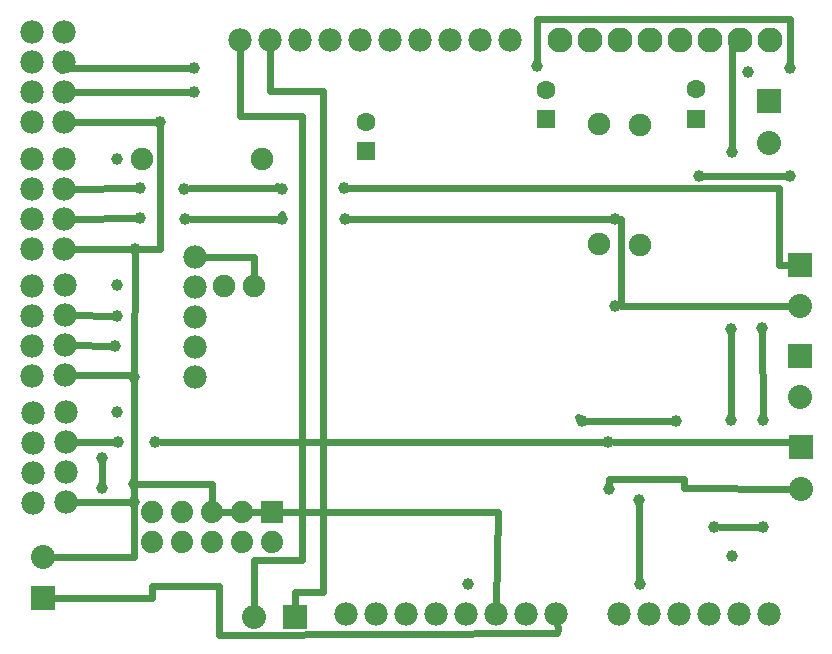
<source format=gbl>
G04 MADE WITH FRITZING*
G04 WWW.FRITZING.ORG*
G04 DOUBLE SIDED*
G04 HOLES PLATED*
G04 CONTOUR ON CENTER OF CONTOUR VECTOR*
%ASAXBY*%
%FSLAX23Y23*%
%MOIN*%
%OFA0B0*%
%SFA1.0B1.0*%
%ADD10C,0.039370*%
%ADD11C,0.078000*%
%ADD12C,0.083307*%
%ADD13C,0.074000*%
%ADD14C,0.080000*%
%ADD15C,0.062992*%
%ADD16C,0.075000*%
%ADD17R,0.074000X0.074000*%
%ADD18R,0.080000X0.080000*%
%ADD19R,0.062992X0.062992*%
%ADD20C,0.024000*%
%LNCOPPER0*%
G90*
G70*
G54D10*
X484Y1740D03*
X2080Y480D03*
X1740Y1927D03*
X395Y534D03*
X2331Y390D03*
X2443Y1907D03*
X2582Y1921D03*
X596Y1921D03*
X2584Y1560D03*
X2279Y1562D03*
X595Y1840D03*
X1980Y517D03*
X1978Y674D03*
X468Y674D03*
X343Y674D03*
X289Y621D03*
X291Y519D03*
X399Y1318D03*
X395Y890D03*
X415Y1519D03*
X564Y1518D03*
X891Y1517D03*
X1095Y1519D03*
X2000Y1127D03*
X2000Y1418D03*
X1099Y1416D03*
X891Y1416D03*
X566Y1418D03*
X416Y1419D03*
X2204Y744D03*
X1890Y744D03*
X340Y1095D03*
X334Y995D03*
G54D11*
X2512Y100D03*
X2412Y100D03*
X2312Y100D03*
X2212Y100D03*
X2112Y100D03*
X2012Y100D03*
X1802Y101D03*
X1702Y101D03*
X1602Y101D03*
X1502Y101D03*
X1402Y101D03*
X1302Y101D03*
X1202Y101D03*
X1102Y101D03*
G54D12*
X2518Y2014D03*
X2418Y2014D03*
X2318Y2014D03*
X2218Y2014D03*
X2118Y2014D03*
X2018Y2014D03*
X1918Y2014D03*
X1818Y2014D03*
G54D11*
X1650Y2014D03*
X1550Y2014D03*
X1450Y2014D03*
X1350Y2014D03*
X1250Y2014D03*
X1150Y2014D03*
X1050Y2014D03*
X950Y2014D03*
X850Y2014D03*
X750Y2014D03*
G54D13*
X857Y341D03*
X757Y341D03*
X657Y341D03*
X557Y341D03*
X457Y341D03*
X857Y441D03*
X757Y441D03*
X657Y441D03*
X557Y441D03*
X457Y441D03*
G54D14*
X2619Y656D03*
X2619Y518D03*
G54D11*
X167Y1196D03*
X167Y1096D03*
X167Y996D03*
X167Y896D03*
X59Y772D03*
X59Y672D03*
X59Y572D03*
X59Y472D03*
X169Y774D03*
X169Y674D03*
X169Y574D03*
X169Y474D03*
X57Y1194D03*
X57Y1094D03*
X57Y994D03*
X57Y894D03*
X164Y1618D03*
X164Y1518D03*
X164Y1418D03*
X164Y1318D03*
X55Y1617D03*
X55Y1517D03*
X55Y1417D03*
X55Y1317D03*
X164Y2041D03*
X164Y1941D03*
X164Y1841D03*
X164Y1741D03*
X55Y2039D03*
X55Y1939D03*
X55Y1839D03*
X55Y1739D03*
G54D10*
X396Y474D03*
X339Y1196D03*
X339Y1618D03*
X339Y774D03*
G54D14*
X934Y89D03*
X796Y89D03*
X92Y154D03*
X92Y292D03*
X2514Y1810D03*
X2514Y1672D03*
X2616Y1265D03*
X2616Y1127D03*
X2616Y961D03*
X2616Y823D03*
G54D10*
X1509Y202D03*
G54D15*
X2270Y1750D03*
X2270Y1849D03*
X1170Y1644D03*
X1170Y1742D03*
X1770Y1750D03*
X1770Y1848D03*
G54D16*
X424Y1618D03*
X824Y1618D03*
X695Y1193D03*
X795Y1193D03*
X2082Y1330D03*
X2082Y1730D03*
X1947Y1335D03*
X1947Y1735D03*
G54D10*
X2082Y202D03*
X2390Y1642D03*
X2389Y294D03*
X2494Y390D03*
X2386Y748D03*
X2494Y748D03*
X2386Y1052D03*
X2491Y1055D03*
G54D11*
X600Y1290D03*
X600Y1190D03*
X600Y1090D03*
X600Y990D03*
X600Y890D03*
G54D17*
X857Y441D03*
G54D18*
X2619Y656D03*
X934Y89D03*
X92Y154D03*
X2514Y1810D03*
X2616Y1265D03*
X2616Y961D03*
G54D19*
X2270Y1750D03*
X1170Y1644D03*
X1770Y1750D03*
G54D20*
X1980Y549D02*
X2229Y549D01*
D02*
X2229Y549D02*
X2229Y519D01*
D02*
X2229Y519D02*
X2588Y518D01*
D02*
X1980Y536D02*
X1980Y549D01*
D02*
X2080Y461D02*
X2081Y221D01*
D02*
X1740Y1946D02*
X1740Y2084D01*
D02*
X1740Y2084D02*
X2582Y2084D01*
D02*
X2582Y2084D02*
X2582Y1940D01*
D02*
X1609Y441D02*
X688Y441D01*
D02*
X1602Y131D02*
X1609Y441D01*
D02*
X657Y534D02*
X414Y534D01*
D02*
X395Y515D02*
X395Y493D01*
D02*
X657Y472D02*
X657Y534D01*
D02*
X850Y1844D02*
X1026Y1844D01*
D02*
X1026Y1844D02*
X1026Y173D01*
D02*
X1026Y173D02*
X934Y173D01*
D02*
X934Y173D02*
X934Y120D01*
D02*
X850Y1984D02*
X850Y1844D01*
D02*
X796Y279D02*
X796Y120D01*
D02*
X958Y279D02*
X796Y279D01*
D02*
X958Y1762D02*
X958Y279D01*
D02*
X750Y1762D02*
X958Y1762D01*
D02*
X750Y1984D02*
X750Y1762D01*
D02*
X2475Y390D02*
X2350Y390D01*
D02*
X577Y1921D02*
X157Y1921D01*
D02*
X157Y1921D02*
X154Y1913D01*
D02*
X2565Y1560D02*
X2298Y1562D01*
D02*
X576Y1840D02*
X194Y1841D01*
D02*
X2619Y674D02*
X1997Y674D01*
D02*
X2619Y687D02*
X2619Y674D01*
D02*
X324Y674D02*
X199Y674D01*
D02*
X1959Y674D02*
X487Y674D01*
D02*
X290Y602D02*
X291Y538D01*
D02*
X395Y871D02*
X395Y553D01*
D02*
X399Y1299D02*
X395Y909D01*
D02*
X395Y896D02*
X395Y909D01*
D02*
X197Y896D02*
X395Y896D01*
D02*
X484Y1318D02*
X418Y1318D01*
D02*
X484Y1721D02*
X484Y1318D01*
D02*
X194Y1741D02*
X465Y1740D01*
D02*
X885Y1520D02*
X874Y1527D01*
D02*
X2547Y1519D02*
X2547Y1265D01*
D02*
X1114Y1519D02*
X2547Y1519D01*
D02*
X2547Y1265D02*
X2585Y1265D01*
D02*
X583Y1519D02*
X885Y1520D01*
D02*
X194Y1518D02*
X396Y1519D01*
D02*
X2019Y1127D02*
X2585Y1127D01*
D02*
X2019Y1418D02*
X2019Y1127D01*
D02*
X2019Y1127D02*
X2019Y1127D01*
D02*
X2019Y1418D02*
X2019Y1418D01*
D02*
X1118Y1416D02*
X1981Y1418D01*
D02*
X891Y1418D02*
X891Y1435D01*
D02*
X585Y1418D02*
X891Y1418D01*
D02*
X194Y1418D02*
X397Y1419D01*
D02*
X2185Y744D02*
X1890Y744D01*
D02*
X1890Y744D02*
X1877Y757D01*
D02*
X321Y1095D02*
X197Y1096D01*
D02*
X315Y995D02*
X197Y996D01*
D02*
X377Y474D02*
X199Y474D01*
D02*
X380Y1318D02*
X194Y1318D01*
D02*
X679Y31D02*
X681Y193D01*
D02*
X1806Y36D02*
X679Y31D01*
D02*
X1809Y51D02*
X1806Y36D01*
D02*
X458Y154D02*
X199Y154D01*
D02*
X458Y194D02*
X458Y154D01*
D02*
X681Y193D02*
X458Y194D01*
D02*
X199Y154D02*
X123Y154D01*
D02*
X1806Y71D02*
X1809Y51D01*
D02*
X396Y392D02*
X396Y292D01*
D02*
X396Y292D02*
X199Y292D01*
D02*
X199Y292D02*
X123Y292D01*
D02*
X396Y455D02*
X396Y392D01*
D02*
X2390Y2013D02*
X2390Y1661D01*
D02*
X2385Y2012D02*
X2390Y2013D01*
D02*
X2386Y767D02*
X2386Y1033D01*
D02*
X2493Y767D02*
X2491Y1036D01*
D02*
X630Y1290D02*
X795Y1290D01*
D02*
X795Y1290D02*
X795Y1221D01*
G04 End of Copper0*
M02*
</source>
